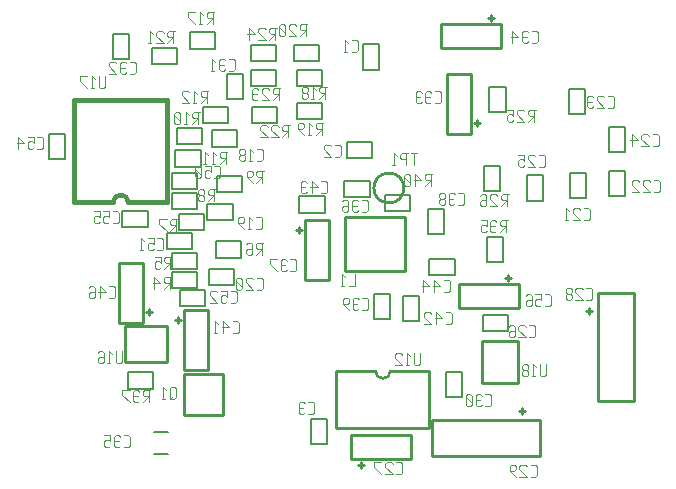
<source format=gbr>
G04 start of page 8 for group -4078 idx -4078
G04 Title: stribog.main_board.bis, bottomsilk *
G04 Creator: pcb 20070208 *
G04 CreationDate: Sun Apr  6 09:45:44 2008 UTC *
G04 For: dti *
G04 Format: Gerber/RS-274X *
G04 PCB-Dimensions: 314961 157480 *
G04 PCB-Coordinate-Origin: lower left *
%MOIN*%
%FSLAX24Y24*%
%LNBACKSILK*%
%ADD13C,0.0100*%
%ADD57C,0.0060*%
%ADD58C,0.0179*%
%ADD60C,0.0040*%
%ADD63C,0.0080*%
G54D57*X16483Y11974D02*X15643D01*
X16483Y12514D02*Y11974D01*
X15643Y12514D02*X16483D01*
X15643Y11974D02*Y12514D01*
X15616Y11265D02*X14776D01*
X15616Y11805D02*Y11265D01*
X14776Y11805D02*X15616D01*
X14776Y11265D02*Y11805D01*
X16797Y11726D02*Y11186D01*
X15957D02*X16797D01*
X15957Y11726D02*Y11186D01*
Y11726D02*X16797D01*
X14790Y13942D02*X13950D01*
X14790Y14482D02*Y13942D01*
X13950Y14482D02*X14790D01*
X13950Y13942D02*Y14482D01*
X18097Y13194D02*X17257D01*
X18097Y13734D02*Y13194D01*
X17257Y13734D02*X18097D01*
X17257Y13194D02*Y13734D01*
X15577Y10517D02*X14737D01*
X15577Y11057D02*Y10517D01*
X14737Y11057D02*X15577D01*
X14737Y10517D02*Y11057D01*
X18792Y13734D02*X19632D01*
X18792D02*Y13194D01*
X19632D01*
Y13734D02*Y13194D01*
X21529Y14593D02*Y13753D01*
X20989Y14593D02*X21529D01*
X20989D02*Y13753D01*
X21529D01*
X20446Y11333D02*X21286D01*
X20446D02*Y10793D01*
X21286D01*
Y11333D02*Y10793D01*
X25202Y13175D02*Y12335D01*
X25742D01*
Y13175D02*Y12335D01*
X25202Y13175D02*X25742D01*
X28380Y13097D02*Y12257D01*
X27840Y13097D02*X28380D01*
X27840D02*Y12257D01*
X28380D01*
G54D13*X23596Y15281D02*Y14481D01*
X25596D01*
X23596Y15281D02*X25596D01*
Y14481D01*
X25246Y15581D02*Y15381D01*
X25146Y15481D02*X25346D01*
X24573Y13607D02*X23773D01*
Y11607D01*
X24573D02*Y13607D01*
Y11607D02*X23773D01*
X24673Y11957D02*X24873D01*
X24773Y11857D02*Y12057D01*
G54D57*X29178Y11837D02*Y10997D01*
X29718D01*
Y11837D02*Y10997D01*
X29178Y11837D02*X29718D01*
X18792Y12632D02*X19632D01*
X18792D02*Y12092D01*
X19632D01*
Y12632D02*Y12092D01*
X18097Y14021D02*X17257D01*
X18097Y14561D02*Y14021D01*
X17257Y14561D02*X18097D01*
X17257Y14021D02*Y14561D01*
X18674D02*X19514D01*
X18674D02*Y14021D01*
X19514D01*
Y14561D02*Y14021D01*
X18136Y11974D02*X17296D01*
X18136Y12514D02*Y11974D01*
X17296Y12514D02*X18136D01*
X17296Y11974D02*Y12514D01*
X15459Y9100D02*X14619D01*
X15459Y9640D02*Y9100D01*
X14619Y9640D02*X15459D01*
X14619Y9100D02*Y9640D01*
X17002Y13609D02*Y12769D01*
X16462Y13609D02*X17002D01*
X16462D02*Y12769D01*
X17002D01*
X15209Y14994D02*X16049D01*
X15209D02*Y14454D01*
X16049D01*
Y14994D02*Y14454D01*
X15459Y10309D02*Y9769D01*
X14619D02*X15459D01*
X14619Y10309D02*Y9769D01*
Y10309D02*X15459D01*
X16955Y9663D02*X16115D01*
X16955Y10203D02*Y9663D01*
X16115Y10203D02*X16955D01*
X16115Y9663D02*Y10203D01*
X16916Y7485D02*X16076D01*
X16916Y8025D02*Y7485D01*
X16076Y8025D02*X16916D01*
X16076Y7485D02*Y8025D01*
X15459Y7092D02*X14619D01*
X15459Y7632D02*Y7092D01*
X14619Y7632D02*X15459D01*
X14619Y7092D02*Y7632D01*
X14894Y6411D02*Y5871D01*
Y6411D02*X15734D01*
Y5871D01*
X14894D02*X15734D01*
G54D13*X13867Y5758D02*Y5558D01*
X13767Y5658D02*X13967D01*
X12867Y5308D02*X13667D01*
Y7308D02*Y5308D01*
X12867Y7308D02*Y5308D01*
Y7308D02*X13667D01*
G54D57*X15695Y8391D02*X14855D01*
X15695Y8931D02*Y8391D01*
X14855Y8931D02*X15695D01*
X14855Y8391D02*Y8931D01*
X18871Y9521D02*X19711D01*
X18871D02*Y8981D01*
X19711D01*
Y9521D02*Y8981D01*
X16640Y9285D02*Y8745D01*
X15800D02*X16640D01*
X15800Y9285D02*Y8745D01*
Y9285D02*X16640D01*
X12965Y8509D02*X13805D01*
X12965Y9049D02*Y8509D01*
Y9049D02*X13805D01*
Y8509D01*
X22328Y6207D02*Y5367D01*
X22868D01*
Y6207D02*Y5367D01*
X22328Y6207D02*X22868D01*
X21344Y6286D02*Y5446D01*
X21884D01*
Y6286D02*Y5446D01*
X21344Y6286D02*X21884D01*
G54D13*X20377Y8852D02*X22377D01*
X20377D02*Y7052D01*
X22377D01*
Y8852D02*Y7052D01*
G54D57*X15301Y8301D02*Y7761D01*
X14461D02*X15301D01*
X14461Y8301D02*Y7761D01*
Y8301D02*X15301D01*
X13183Y14947D02*Y14107D01*
X12643Y14947D02*X13183D01*
X12643D02*Y14107D01*
X13183D01*
X11057Y11601D02*Y10761D01*
X10517D02*X11057D01*
X10517Y11601D02*Y10761D01*
Y11601D02*X11057D01*
G54D58*X14463Y12723D02*Y9323D01*
X11363Y12723D02*X14463D01*
X11363D02*Y9323D01*
X13163D02*X14463D01*
X11363D02*X12663D01*
X13163D02*G75*G03X12663Y9323I-250J0D01*G01*
G54D57*X15459Y6462D02*X14619D01*
X15459Y7002D02*Y6462D01*
X14619Y7002D02*X15459D01*
X14619Y6462D02*Y7002D01*
G54D13*X13063Y4020D02*X14453D01*
X13063Y5200D02*Y4020D01*
Y5200D02*X14453D01*
Y4020D01*
G54D57*X16679Y7120D02*Y6580D01*
X15839D02*X16679D01*
X15839Y7120D02*Y6580D01*
Y7120D02*X16679D01*
G54D63*X14015Y1673D02*X14488D01*
X14015Y925D02*X14488D01*
G54D57*X14002Y3655D02*Y3115D01*
X13162D02*X14002D01*
X13162Y3655D02*Y3115D01*
Y3655D02*X14002D01*
G54D13*X15033Y3619D02*X16313D01*
X15033D02*Y2229D01*
X16313D01*
Y3619D02*Y2229D01*
X15033Y3754D02*X15833D01*
Y5754D02*Y3754D01*
X15033Y5754D02*Y3754D01*
Y5754D02*X15833D01*
X14733Y5404D02*X14933D01*
X14833Y5504D02*Y5304D01*
X28809Y2708D02*X30009D01*
Y6308D02*Y2708D01*
X28809Y6308D02*Y2708D01*
Y6308D02*X30009D01*
X28409Y5708D02*X28609D01*
X28509Y5808D02*Y5608D01*
G54D57*X29178Y10380D02*Y9540D01*
X29718D01*
Y10380D02*Y9540D01*
X29178Y10380D02*X29718D01*
X26462Y10223D02*Y9383D01*
X27002D01*
Y10223D02*Y9383D01*
X26462Y10223D02*X27002D01*
X27879Y10301D02*Y9461D01*
X28419D01*
Y10301D02*Y9461D01*
X27879Y10301D02*X28419D01*
X25005Y10538D02*Y9698D01*
X25545D01*
Y10538D02*Y9698D01*
X25005Y10538D02*X25545D01*
X25123Y7335D02*X25663D01*
X25123D02*Y8175D01*
X25663D01*
Y7335D02*Y8175D01*
G54D13*X24964Y3302D02*Y4692D01*
X26144D01*
Y3302D01*
X24964D01*
X20103Y3705D02*X21403D01*
X21903D02*X23203D01*
X20103D02*Y1805D01*
X23203D01*
Y3705D02*Y1805D01*
X21403Y3705D02*G75*G03X21903Y3705I250J0D01*G01*
X22584Y1581D02*Y781D01*
X20584Y1581D02*X22584D01*
X20584Y781D02*X22584D01*
X20584Y1581D02*Y781D01*
X20934Y681D02*Y481D01*
X20834Y581D02*X21034D01*
G54D57*X19797Y1273D02*Y2113D01*
X19257D02*X19797D01*
X19257Y1273D02*Y2113D01*
Y1273D02*X19797D01*
X20367Y10033D02*X21207D01*
X20367D02*Y9493D01*
X21207D01*
Y10033D02*Y9493D01*
G54D13*X19048Y6746D02*X19848D01*
Y8746D02*Y6746D01*
X19048Y8746D02*Y6746D01*
Y8746D02*X19848D01*
X18748Y8396D02*X18948D01*
X18848Y8496D02*Y8296D01*
X21850Y9303D02*G75*G03X21850Y9303I0J500D01*G01*
G54D57*X21706Y9021D02*Y9561D01*
X22546D01*
Y9021D01*
X21706D01*
X23155Y9120D02*Y8280D01*
X23695D01*
Y9120D02*Y8280D01*
X23155Y9120D02*X23695D01*
X24973Y5584D02*X25813D01*
X24973D02*Y5044D01*
X25813D01*
Y5584D02*Y5044D01*
X24042Y6895D02*X23202D01*
X24042Y7435D02*Y6895D01*
X23202Y7435D02*X24042D01*
X23202Y6895D02*Y7435D01*
G54D13*X25737Y6820D02*X25937D01*
X25837Y6920D02*Y6720D01*
X26187Y6620D02*Y5820D01*
X24187Y6620D02*X26187D01*
X24187Y5820D02*X26187D01*
X24187Y6620D02*Y5820D01*
X23299Y2056D02*Y856D01*
X26899D01*
X23299Y2056D02*X26899D01*
Y856D01*
X26299Y2456D02*Y2256D01*
X26199Y2356D02*X26399D01*
G54D57*X24285Y3687D02*Y2847D01*
X23745Y3687D02*X24285D01*
X23745D02*Y2847D01*
X24285D01*
G54D60*X15631Y13043D02*X15831D01*
X15631D02*X15581Y12993D01*
Y12893D02*Y12993D01*
X15631Y12843D02*X15581Y12893D01*
X15631Y12843D02*X15781D01*
Y12643D02*Y13043D01*
Y12843D02*X15581Y12643D01*
X15311D02*X15411D01*
X15361D02*Y13043D01*
X15461Y12943D02*X15361Y13043D01*
X15191Y12993D02*X15141Y13043D01*
X14991D02*X15141D01*
X14991D02*X14941Y12993D01*
Y12893D02*Y12993D01*
X15191Y12643D02*X14941Y12893D01*
Y12643D02*X15191D01*
X15344Y12332D02*X15544D01*
X15344D02*X15294Y12282D01*
Y12182D02*Y12282D01*
X15344Y12132D02*X15294Y12182D01*
X15344Y12132D02*X15494D01*
Y11932D02*Y12332D01*
Y12132D02*X15294Y11932D01*
X15024D02*X15124D01*
X15074D02*Y12332D01*
X15174Y12232D02*X15074Y12332D01*
X14904Y11982D02*X14854Y11932D01*
X14904Y11982D02*Y12282D01*
X14854Y12332D01*
X14754D02*X14854D01*
X14754D02*X14704Y12282D01*
Y11982D02*Y12282D01*
X14754Y11932D02*X14704Y11982D01*
X14754Y11932D02*X14854D01*
X14904Y12032D02*X14704Y12232D01*
X14515Y15022D02*X14715D01*
X14515D02*X14465Y14972D01*
Y14872D02*Y14972D01*
X14515Y14822D02*X14465Y14872D01*
X14515Y14822D02*X14665D01*
Y14622D02*Y15022D01*
Y14822D02*X14465Y14622D01*
X14345Y14972D02*X14295Y15022D01*
X14145D02*X14295D01*
X14145D02*X14095Y14972D01*
Y14872D02*Y14972D01*
X14345Y14622D02*X14095Y14872D01*
Y14622D02*X14345D01*
X13825D02*X13925D01*
X13875D02*Y15022D01*
X13975Y14922D02*X13875Y15022D01*
X17917Y15139D02*X18117D01*
X17917D02*X17867Y15089D01*
Y14989D02*Y15089D01*
X17917Y14939D02*X17867Y14989D01*
X17917Y14939D02*X18067D01*
Y14739D02*Y15139D01*
Y14939D02*X17867Y14739D01*
X17747Y15089D02*X17697Y15139D01*
X17547D02*X17697D01*
X17547D02*X17497Y15089D01*
Y14989D02*Y15089D01*
X17747Y14739D02*X17497Y14989D01*
Y14739D02*X17747D01*
X17377Y14939D02*X17177Y15139D01*
X17127Y14939D02*X17377D01*
X17177Y14739D02*Y15139D01*
X18931Y15269D02*X19131D01*
X18931D02*X18881Y15219D01*
Y15119D02*Y15219D01*
X18931Y15069D02*X18881Y15119D01*
X18931Y15069D02*X19081D01*
Y14869D02*Y15269D01*
Y15069D02*X18881Y14869D01*
X18761Y15219D02*X18711Y15269D01*
X18561D02*X18711D01*
X18561D02*X18511Y15219D01*
Y15119D02*Y15219D01*
X18761Y14869D02*X18511Y15119D01*
Y14869D02*X18761D01*
X18391Y14919D02*X18341Y14869D01*
X18391Y14919D02*Y15219D01*
X18341Y15269D01*
X18241D02*X18341D01*
X18241D02*X18191Y15219D01*
Y14919D02*Y15219D01*
X18241Y14869D02*X18191Y14919D01*
X18241Y14869D02*X18341D01*
X18391Y14969D02*X18191Y15169D01*
X15834Y15659D02*X16034D01*
X15834D02*X15784Y15609D01*
Y15509D02*Y15609D01*
X15834Y15459D02*X15784Y15509D01*
X15834Y15459D02*X15984D01*
Y15259D02*Y15659D01*
Y15459D02*X15784Y15259D01*
X15514D02*X15614D01*
X15564D02*Y15659D01*
X15664Y15559D02*X15564Y15659D01*
X15394Y15259D02*X15144Y15509D01*
Y15659D01*
X15394D01*
X16511Y13719D02*X16661D01*
X16711Y13769D02*X16661Y13719D01*
X16711Y13769D02*Y14069D01*
X16661Y14119D01*
X16511D02*X16661D01*
X16391Y14069D02*X16341Y14119D01*
X16241D02*X16341D01*
X16241D02*X16191Y14069D01*
Y13769D02*Y14069D01*
X16241Y13719D02*X16191Y13769D01*
X16241Y13719D02*X16341D01*
X16391Y13769D02*X16341Y13719D01*
X16191Y13919D02*X16341D01*
X15921Y13719D02*X16021D01*
X15971D02*Y14119D01*
X16071Y14019D02*X15971Y14119D01*
X18034Y13122D02*X18234D01*
X18034D02*X17984Y13072D01*
Y12972D02*Y13072D01*
X18034Y12922D02*X17984Y12972D01*
X18034Y12922D02*X18184D01*
Y12722D02*Y13122D01*
Y12922D02*X17984Y12722D01*
X17864Y13072D02*X17814Y13122D01*
X17664D02*X17814D01*
X17664D02*X17614Y13072D01*
Y12972D02*Y13072D01*
X17864Y12722D02*X17614Y12972D01*
Y12722D02*X17864D01*
X17494Y13072D02*X17444Y13122D01*
X17344D02*X17444D01*
X17344D02*X17294Y13072D01*
Y12772D02*Y13072D01*
X17344Y12722D02*X17294Y12772D01*
X17344Y12722D02*X17444D01*
X17494Y12772D02*X17444Y12722D01*
X17294Y12922D02*X17444D01*
X20612Y14344D02*X20762D01*
X20812Y14394D02*X20762Y14344D01*
X20812Y14394D02*Y14694D01*
X20762Y14744D01*
X20612D02*X20762D01*
X20342Y14344D02*X20442D01*
X20392D02*Y14744D01*
X20492Y14644D02*X20392Y14744D01*
X26608Y14651D02*X26758D01*
X26808Y14701D02*X26758Y14651D01*
X26808Y14701D02*Y15001D01*
X26758Y15051D01*
X26608D02*X26758D01*
X26488Y15001D02*X26438Y15051D01*
X26338D02*X26438D01*
X26338D02*X26288Y15001D01*
Y14701D02*Y15001D01*
X26338Y14651D02*X26288Y14701D01*
X26338Y14651D02*X26438D01*
X26488Y14701D02*X26438Y14651D01*
X26288Y14851D02*X26438D01*
X26168D02*X25968Y15051D01*
X25918Y14851D02*X26168D01*
X25968Y14651D02*Y15051D01*
X23390Y12631D02*X23540D01*
X23590Y12681D02*X23540Y12631D01*
X23590Y12681D02*Y12981D01*
X23540Y13031D01*
X23390D02*X23540D01*
X23269Y12981D02*X23219Y13031D01*
X23119D02*X23219D01*
X23119D02*X23069Y12981D01*
Y12681D02*Y12981D01*
X23119Y12631D02*X23069Y12681D01*
X23119Y12631D02*X23219D01*
X23269Y12681D02*X23219Y12631D01*
X23069Y12831D02*X23219D01*
X22949Y12981D02*X22899Y13031D01*
X22799D02*X22899D01*
X22799D02*X22749Y12981D01*
Y12681D02*Y12981D01*
X22799Y12631D02*X22749Y12681D01*
X22799Y12631D02*X22899D01*
X22949Y12681D02*X22899Y12631D01*
X22749Y12831D02*X22899D01*
X30683Y9670D02*X30833D01*
X30883Y9720D02*X30833Y9670D01*
X30883Y9720D02*Y10020D01*
X30833Y10070D01*
X30683D02*X30833D01*
X30563Y10020D02*X30513Y10070D01*
X30363D02*X30513D01*
X30363D02*X30313Y10020D01*
Y9920D02*Y10020D01*
X30563Y9670D02*X30313Y9920D01*
Y9670D02*X30563D01*
X30193Y10020D02*X30143Y10070D01*
X29993D02*X30143D01*
X29993D02*X29943Y10020D01*
Y9920D02*Y10020D01*
X30193Y9670D02*X29943Y9920D01*
Y9670D02*X30193D01*
X26540Y12412D02*X26740D01*
X26540D02*X26490Y12362D01*
Y12262D02*Y12362D01*
X26540Y12212D02*X26490Y12262D01*
X26540Y12212D02*X26690D01*
Y12012D02*Y12412D01*
Y12212D02*X26490Y12012D01*
X26370Y12362D02*X26320Y12412D01*
X26170D02*X26320D01*
X26170D02*X26120Y12362D01*
Y12262D02*Y12362D01*
X26370Y12012D02*X26120Y12262D01*
Y12012D02*X26370D01*
X25800Y12412D02*X26000D01*
Y12212D02*Y12412D01*
Y12212D02*X25950Y12262D01*
X25850D02*X25950D01*
X25850D02*X25800Y12212D01*
Y12062D02*Y12212D01*
X25850Y12012D02*X25800Y12062D01*
X25850Y12012D02*X25950D01*
X26000Y12062D02*X25950Y12012D01*
X29156Y12487D02*X29306D01*
X29356Y12537D02*X29306Y12487D01*
X29356Y12537D02*Y12837D01*
X29306Y12887D01*
X29156D02*X29306D01*
X29036Y12837D02*X28986Y12887D01*
X28836D02*X28986D01*
X28836D02*X28786Y12837D01*
Y12737D02*Y12837D01*
X29036Y12487D02*X28786Y12737D01*
Y12487D02*X29036D01*
X28666Y12837D02*X28616Y12887D01*
X28516D02*X28616D01*
X28516D02*X28466Y12837D01*
Y12537D02*Y12837D01*
X28516Y12487D02*X28466Y12537D01*
X28516Y12487D02*X28616D01*
X28666Y12537D02*X28616Y12487D01*
X28466Y12687D02*X28616D01*
X30642Y11202D02*X30792D01*
X30842Y11252D02*X30792Y11202D01*
X30842Y11252D02*Y11552D01*
X30792Y11602D01*
X30642D02*X30792D01*
X30521Y11552D02*X30471Y11602D01*
X30321D02*X30471D01*
X30321D02*X30271Y11552D01*
Y11452D02*Y11552D01*
X30521Y11202D02*X30271Y11452D01*
Y11202D02*X30521D01*
X30151Y11402D02*X29951Y11602D01*
X29901Y11402D02*X30151D01*
X29951Y11202D02*Y11602D01*
X26855Y10507D02*X27005D01*
X27055Y10557D02*X27005Y10507D01*
X27055Y10557D02*Y10857D01*
X27005Y10907D01*
X26855D02*X27005D01*
X26735Y10857D02*X26685Y10907D01*
X26535D02*X26685D01*
X26535D02*X26485Y10857D01*
Y10757D02*Y10857D01*
X26735Y10507D02*X26485Y10757D01*
Y10507D02*X26735D01*
X26165Y10907D02*X26365D01*
Y10707D02*Y10907D01*
Y10707D02*X26315Y10757D01*
X26215D02*X26315D01*
X26215D02*X26165Y10707D01*
Y10557D02*Y10707D01*
X26215Y10507D02*X26165Y10557D01*
X26215Y10507D02*X26315D01*
X26365Y10557D02*X26315Y10507D01*
X25640Y9590D02*X25840D01*
X25640D02*X25590Y9540D01*
Y9440D02*Y9540D01*
X25640Y9390D02*X25590Y9440D01*
X25640Y9390D02*X25790D01*
Y9190D02*Y9590D01*
Y9390D02*X25590Y9190D01*
X25470Y9540D02*X25420Y9590D01*
X25270D02*X25420D01*
X25270D02*X25220Y9540D01*
Y9440D02*Y9540D01*
X25470Y9190D02*X25220Y9440D01*
Y9190D02*X25470D01*
X24950Y9590D02*X24900Y9540D01*
X24950Y9590D02*X25050D01*
X25100Y9540D02*X25050Y9590D01*
X25100Y9240D02*Y9540D01*
Y9240D02*X25050Y9190D01*
X24950Y9390D02*X24900Y9340D01*
X24950Y9390D02*X25100D01*
X24950Y9190D02*X25050D01*
X24950D02*X24900Y9240D01*
Y9340D01*
X14403Y6841D02*X14603D01*
X14403D02*X14353Y6791D01*
Y6691D02*Y6791D01*
X14403Y6641D02*X14353Y6691D01*
X14403Y6641D02*X14553D01*
Y6441D02*Y6841D01*
Y6641D02*X14353Y6441D01*
X14233Y6641D02*X14033Y6841D01*
X13983Y6641D02*X14233D01*
X14033Y6441D02*Y6841D01*
X14616Y8767D02*X14816D01*
X14616D02*X14566Y8717D01*
Y8617D02*Y8717D01*
X14616Y8567D02*X14566Y8617D01*
X14616Y8567D02*X14766D01*
Y8367D02*Y8767D01*
Y8567D02*X14566Y8367D01*
X14446D02*X14196Y8617D01*
Y8767D01*
X14446D01*
X14409Y7505D02*X14609D01*
X14409D02*X14359Y7455D01*
Y7355D02*Y7455D01*
X14409Y7305D02*X14359Y7355D01*
X14409Y7305D02*X14559D01*
Y7105D02*Y7505D01*
Y7305D02*X14359Y7105D01*
X14039Y7505D02*X14239D01*
Y7305D02*Y7505D01*
Y7305D02*X14189Y7355D01*
X14089D02*X14189D01*
X14089D02*X14039Y7305D01*
Y7155D02*Y7305D01*
X14089Y7105D02*X14039Y7155D01*
X14089Y7105D02*X14189D01*
X14239Y7155D02*X14189Y7105D01*
X17459Y7973D02*X17659D01*
X17459D02*X17409Y7923D01*
Y7823D02*Y7923D01*
X17459Y7773D02*X17409Y7823D01*
X17459Y7773D02*X17609D01*
Y7573D02*Y7973D01*
Y7773D02*X17409Y7573D01*
X17139Y7973D02*X17089Y7923D01*
X17139Y7973D02*X17239D01*
X17289Y7923D02*X17239Y7973D01*
X17289Y7623D02*Y7923D01*
Y7623D02*X17239Y7573D01*
X17139Y7773D02*X17089Y7723D01*
X17139Y7773D02*X17289D01*
X17139Y7573D02*X17239D01*
X17139D02*X17089Y7623D01*
Y7723D01*
X17422Y8445D02*X17572D01*
X17622Y8495D02*X17572Y8445D01*
X17622Y8495D02*Y8795D01*
X17572Y8845D01*
X17422D02*X17572D01*
X17152Y8445D02*X17252D01*
X17202D02*Y8845D01*
X17302Y8745D02*X17202Y8845D01*
X17032Y8445D02*X16832Y8645D01*
Y8795D01*
X16882Y8845D02*X16832Y8795D01*
X16882Y8845D02*X16982D01*
X17032Y8795D02*X16982Y8845D01*
X17032Y8695D02*Y8795D01*
Y8695D02*X16982Y8645D01*
X16832D02*X16982D01*
X15874Y9766D02*X16074D01*
X15874D02*X15824Y9716D01*
Y9616D02*Y9716D01*
X15874Y9566D02*X15824Y9616D01*
X15874Y9566D02*X16024D01*
Y9366D02*Y9766D01*
Y9566D02*X15824Y9366D01*
X15704Y9416D02*X15654Y9366D01*
X15704Y9416D02*Y9516D01*
X15654Y9566D01*
X15554D02*X15654D01*
X15554D02*X15504Y9516D01*
Y9416D02*Y9516D01*
X15554Y9366D02*X15504Y9416D01*
X15554Y9366D02*X15654D01*
X15704Y9616D02*X15654Y9566D01*
X15704Y9616D02*Y9716D01*
X15654Y9766D01*
X15554D02*X15654D01*
X15554D02*X15504Y9716D01*
Y9616D02*Y9716D01*
X15554Y9566D02*X15504Y9616D01*
X16037Y10140D02*X16187D01*
X16237Y10190D02*X16187Y10140D01*
X16237Y10190D02*Y10490D01*
X16187Y10540D01*
X16037D02*X16187D01*
X15717D02*X15917D01*
Y10340D02*Y10540D01*
Y10340D02*X15867Y10390D01*
X15767D02*X15867D01*
X15767D02*X15717Y10340D01*
Y10190D02*Y10340D01*
X15767Y10140D02*X15717Y10190D01*
X15767Y10140D02*X15867D01*
X15917Y10190D02*X15867Y10140D01*
X15597Y10190D02*X15547Y10140D01*
X15597Y10190D02*Y10490D01*
X15547Y10540D01*
X15447D02*X15547D01*
X15447D02*X15397Y10490D01*
Y10190D02*Y10490D01*
X15447Y10140D02*X15397Y10190D01*
X15447Y10140D02*X15547D01*
X15597Y10240D02*X15397Y10440D01*
X16654Y4962D02*X16804D01*
X16854Y5012D02*X16804Y4962D01*
X16854Y5012D02*Y5312D01*
X16804Y5362D01*
X16654D02*X16804D01*
X16534Y5162D02*X16334Y5362D01*
X16284Y5162D02*X16534D01*
X16334Y4962D02*Y5362D01*
X16014Y4962D02*X16114D01*
X16064D02*Y5362D01*
X16164Y5262D02*X16064Y5362D01*
X16261Y11010D02*X16461D01*
X16261D02*X16211Y10960D01*
Y10860D02*Y10960D01*
X16261Y10810D02*X16211Y10860D01*
X16261Y10810D02*X16411D01*
Y10610D02*Y11010D01*
Y10810D02*X16211Y10610D01*
X15941D02*X16041D01*
X15991D02*Y11010D01*
X16091Y10910D02*X15991Y11010D01*
X15671Y10610D02*X15771D01*
X15721D02*Y11010D01*
X15821Y10910D02*X15721Y11010D01*
X17451Y10710D02*X17601D01*
X17651Y10760D02*X17601Y10710D01*
X17651Y10760D02*Y11060D01*
X17601Y11110D01*
X17451D02*X17601D01*
X17181Y10710D02*X17281D01*
X17231D02*Y11110D01*
X17331Y11010D02*X17231Y11110D01*
X17061Y10760D02*X17011Y10710D01*
X17061Y10760D02*Y10860D01*
X17011Y10910D01*
X16911D02*X17011D01*
X16911D02*X16861Y10860D01*
Y10760D02*Y10860D01*
X16911Y10710D02*X16861Y10760D01*
X16911Y10710D02*X17011D01*
X17061Y10960D02*X17011Y10910D01*
X17061Y10960D02*Y11060D01*
X17011Y11110D01*
X16911D02*X17011D01*
X16911D02*X16861Y11060D01*
Y10960D02*Y11060D01*
X16911Y10910D02*X16861Y10960D01*
X17487Y10380D02*X17687D01*
X17487D02*X17437Y10330D01*
Y10230D02*Y10330D01*
X17487Y10180D02*X17437Y10230D01*
X17487Y10180D02*X17637D01*
Y9980D02*Y10380D01*
Y10180D02*X17437Y9980D01*
X17317D02*X17117Y10180D01*
Y10330D01*
X17167Y10380D02*X17117Y10330D01*
X17167Y10380D02*X17267D01*
X17317Y10330D02*X17267Y10380D01*
X17317Y10230D02*Y10330D01*
Y10230D02*X17267Y10180D01*
X17117D02*X17267D01*
X16574Y5984D02*X16724D01*
X16774Y6034D02*X16724Y5984D01*
X16774Y6034D02*Y6334D01*
X16724Y6384D01*
X16574D02*X16724D01*
X16254D02*X16454D01*
Y6184D02*Y6384D01*
Y6184D02*X16404Y6234D01*
X16304D02*X16404D01*
X16304D02*X16254Y6184D01*
Y6034D02*Y6184D01*
X16304Y5984D02*X16254Y6034D01*
X16304Y5984D02*X16404D01*
X16454Y6034D02*X16404Y5984D01*
X16133Y6334D02*X16083Y6384D01*
X15933D02*X16083D01*
X15933D02*X15883Y6334D01*
Y6234D02*Y6334D01*
X16133Y5984D02*X15883Y6234D01*
Y5984D02*X16133D01*
X18566Y7032D02*X18716D01*
X18766Y7082D02*X18716Y7032D01*
X18766Y7082D02*Y7382D01*
X18716Y7432D01*
X18566D02*X18716D01*
X18446Y7382D02*X18396Y7432D01*
X18296D02*X18396D01*
X18296D02*X18246Y7382D01*
Y7082D02*Y7382D01*
X18296Y7032D02*X18246Y7082D01*
X18296Y7032D02*X18396D01*
X18446Y7082D02*X18396Y7032D01*
X18246Y7232D02*X18396D01*
X18126Y7032D02*X17876Y7282D01*
Y7432D01*
X18126D01*
X17444Y6413D02*X17594D01*
X17644Y6463D02*X17594Y6413D01*
X17644Y6463D02*Y6763D01*
X17594Y6813D01*
X17444D02*X17594D01*
X17324Y6763D02*X17274Y6813D01*
X17124D02*X17274D01*
X17124D02*X17074Y6763D01*
Y6663D02*Y6763D01*
X17324Y6413D02*X17074Y6663D01*
Y6413D02*X17324D01*
X16954Y6463D02*X16904Y6413D01*
X16954Y6463D02*Y6763D01*
X16904Y6813D01*
X16804D02*X16904D01*
X16804D02*X16754Y6763D01*
Y6463D02*Y6763D01*
X16804Y6413D02*X16754Y6463D01*
X16804Y6413D02*X16904D01*
X16954Y6513D02*X16754Y6713D01*
X22878Y3954D02*Y4304D01*
Y3954D02*X22828Y3904D01*
X22728D02*X22828D01*
X22728D02*X22678Y3954D01*
Y4304D01*
X22408Y3904D02*X22508D01*
X22458D02*Y4304D01*
X22558Y4204D02*X22458Y4304D01*
X22288Y4254D02*X22238Y4304D01*
X22088D02*X22238D01*
X22088D02*X22038Y4254D01*
Y4154D02*Y4254D01*
X22288Y3904D02*X22038Y4154D01*
Y3904D02*X22288D01*
X26537Y4833D02*X26687D01*
X26737Y4883D02*X26687Y4833D01*
X26737Y4883D02*Y5183D01*
X26687Y5233D01*
X26537D02*X26687D01*
X26417Y5183D02*X26367Y5233D01*
X26217D02*X26367D01*
X26217D02*X26167Y5183D01*
Y5083D02*Y5183D01*
X26417Y4833D02*X26167Y5083D01*
Y4833D02*X26417D01*
X25897Y5233D02*X25847Y5183D01*
X25897Y5233D02*X25997D01*
X26047Y5183D02*X25997Y5233D01*
X26047Y4883D02*Y5183D01*
Y4883D02*X25997Y4833D01*
X25897Y5033D02*X25847Y4983D01*
X25897Y5033D02*X26047D01*
X25897Y4833D02*X25997D01*
X25897D02*X25847Y4883D01*
Y4983D01*
X23754Y5268D02*X23904D01*
X23954Y5318D02*X23904Y5268D01*
X23954Y5318D02*Y5618D01*
X23904Y5668D01*
X23754D02*X23904D01*
X23634Y5468D02*X23434Y5668D01*
X23384Y5468D02*X23634D01*
X23434Y5268D02*Y5668D01*
X23264Y5618D02*X23214Y5668D01*
X23064D02*X23214D01*
X23064D02*X23014Y5618D01*
Y5518D02*Y5618D01*
X23264Y5268D02*X23014Y5518D01*
Y5268D02*X23264D01*
X20968Y5740D02*X21118D01*
X21168Y5790D02*X21118Y5740D01*
X21168Y5790D02*Y6090D01*
X21118Y6140D01*
X20968D02*X21118D01*
X20848Y6090D02*X20798Y6140D01*
X20698D02*X20798D01*
X20698D02*X20648Y6090D01*
Y5790D02*Y6090D01*
X20698Y5740D02*X20648Y5790D01*
X20698Y5740D02*X20798D01*
X20848Y5790D02*X20798Y5740D01*
X20648Y5940D02*X20798D01*
X20528Y5740D02*X20328Y5940D01*
Y6090D01*
X20378Y6140D02*X20328Y6090D01*
X20378Y6140D02*X20478D01*
X20528Y6090D02*X20478Y6140D01*
X20528Y5990D02*Y6090D01*
Y5990D02*X20478Y5940D01*
X20328D02*X20478D01*
X26572Y179D02*X26722D01*
X26772Y229D02*X26722Y179D01*
X26772Y229D02*Y529D01*
X26722Y579D01*
X26572D02*X26722D01*
X26452Y529D02*X26402Y579D01*
X26252D02*X26402D01*
X26252D02*X26202Y529D01*
Y429D02*Y529D01*
X26452Y179D02*X26202Y429D01*
Y179D02*X26452D01*
X26082D02*X25882Y379D01*
Y529D01*
X25932Y579D02*X25882Y529D01*
X25932Y579D02*X26032D01*
X26082Y529D02*X26032Y579D01*
X26082Y429D02*Y529D01*
Y429D02*X26032Y379D01*
X25882D02*X26032D01*
X25058Y2530D02*X25208D01*
X25258Y2580D02*X25208Y2530D01*
X25258Y2580D02*Y2880D01*
X25208Y2930D01*
X25058D02*X25208D01*
X24938Y2880D02*X24888Y2930D01*
X24788D02*X24888D01*
X24788D02*X24738Y2880D01*
Y2580D02*Y2880D01*
X24788Y2530D02*X24738Y2580D01*
X24788Y2530D02*X24888D01*
X24938Y2580D02*X24888Y2530D01*
X24738Y2730D02*X24888D01*
X24618Y2580D02*X24568Y2530D01*
X24618Y2580D02*Y2880D01*
X24568Y2930D01*
X24468D02*X24568D01*
X24468D02*X24418Y2880D01*
Y2580D02*Y2880D01*
X24468Y2530D02*X24418Y2580D01*
X24468Y2530D02*X24568D01*
X24618Y2630D02*X24418Y2830D01*
X27083Y3586D02*Y3936D01*
Y3586D02*X27033Y3536D01*
X26933D02*X27033D01*
X26933D02*X26883Y3586D01*
Y3936D01*
X26613Y3536D02*X26713D01*
X26663D02*Y3936D01*
X26763Y3836D02*X26663Y3936D01*
X26493Y3586D02*X26443Y3536D01*
X26493Y3586D02*Y3686D01*
X26443Y3736D01*
X26343D02*X26443D01*
X26343D02*X26293Y3686D01*
Y3586D02*Y3686D01*
X26343Y3536D02*X26293Y3586D01*
X26343Y3536D02*X26443D01*
X26493Y3786D02*X26443Y3736D01*
X26493Y3786D02*Y3886D01*
X26443Y3936D01*
X26343D02*X26443D01*
X26343D02*X26293Y3886D01*
Y3786D02*Y3886D01*
X26343Y3736D02*X26293Y3786D01*
X22092Y262D02*X22242D01*
X22292Y312D02*X22242Y262D01*
X22292Y312D02*Y612D01*
X22242Y662D01*
X22092D02*X22242D01*
X21972Y612D02*X21922Y662D01*
X21772D02*X21922D01*
X21772D02*X21722Y612D01*
Y512D02*Y612D01*
X21972Y262D02*X21722Y512D01*
Y262D02*X21972D01*
X21601D02*X21351Y512D01*
Y662D01*
X21601D01*
X19171Y2287D02*X19321D01*
X19371Y2337D02*X19321Y2287D01*
X19371Y2337D02*Y2637D01*
X19321Y2687D01*
X19171D02*X19321D01*
X19051Y2637D02*X19001Y2687D01*
X18901D02*X19001D01*
X18901D02*X18851Y2637D01*
Y2337D02*Y2637D01*
X18901Y2287D02*X18851Y2337D01*
X18901Y2287D02*X19001D01*
X19051Y2337D02*X19001Y2287D01*
X18851Y2487D02*X19001D01*
X19595Y9625D02*X19745D01*
X19795Y9675D02*X19745Y9625D01*
X19795Y9675D02*Y9975D01*
X19745Y10025D01*
X19595D02*X19745D01*
X19475Y9825D02*X19275Y10025D01*
X19225Y9825D02*X19475D01*
X19275Y9625D02*Y10025D01*
X19105Y9975D02*X19055Y10025D01*
X18955D02*X19055D01*
X18955D02*X18905Y9975D01*
Y9675D02*Y9975D01*
X18955Y9625D02*X18905Y9675D01*
X18955Y9625D02*X19055D01*
X19105Y9675D02*X19055Y9625D01*
X18905Y9825D02*X19055D01*
X20942Y9009D02*X21092D01*
X21142Y9059D02*X21092Y9009D01*
X21142Y9059D02*Y9359D01*
X21092Y9409D01*
X20942D02*X21092D01*
X20822Y9359D02*X20772Y9409D01*
X20672D02*X20772D01*
X20672D02*X20622Y9359D01*
Y9059D02*Y9359D01*
X20672Y9009D02*X20622Y9059D01*
X20672Y9009D02*X20772D01*
X20822Y9059D02*X20772Y9009D01*
X20622Y9209D02*X20772D01*
X20352Y9409D02*X20302Y9359D01*
X20352Y9409D02*X20452D01*
X20502Y9359D02*X20452Y9409D01*
X20502Y9059D02*Y9359D01*
Y9059D02*X20452Y9009D01*
X20352Y9209D02*X20302Y9159D01*
X20352Y9209D02*X20502D01*
X20352Y9009D02*X20452D01*
X20352D02*X20302Y9059D01*
Y9159D01*
X22599Y10969D02*X22799D01*
X22699Y10569D02*Y10969D01*
X22429Y10569D02*Y10969D01*
X22279D02*X22479D01*
X22279D02*X22229Y10919D01*
Y10819D02*Y10919D01*
X22279Y10769D02*X22229Y10819D01*
X22279Y10769D02*X22429D01*
X21959Y10569D02*X22059D01*
X22009D02*Y10969D01*
X22109Y10869D02*X22009Y10969D01*
X23097Y10266D02*X23297D01*
X23097D02*X23047Y10216D01*
Y10116D02*Y10216D01*
X23097Y10066D02*X23047Y10116D01*
X23097Y10066D02*X23247D01*
Y9866D02*Y10266D01*
Y10066D02*X23047Y9866D01*
X22926Y10066D02*X22726Y10266D01*
X22676Y10066D02*X22926D01*
X22726Y9866D02*Y10266D01*
X22556Y9916D02*X22506Y9866D01*
X22556Y9916D02*Y10216D01*
X22506Y10266D01*
X22406D02*X22506D01*
X22406D02*X22356Y10216D01*
Y9916D02*Y10216D01*
X22406Y9866D02*X22356Y9916D01*
X22406Y9866D02*X22506D01*
X22556Y9966D02*X22356Y10166D01*
X19584Y13183D02*X19784D01*
X19584D02*X19534Y13133D01*
Y13033D02*Y13133D01*
X19584Y12983D02*X19534Y13033D01*
X19584Y12983D02*X19734D01*
Y12783D02*Y13183D01*
Y12983D02*X19534Y12783D01*
X19264D02*X19364D01*
X19314D02*Y13183D01*
X19414Y13083D02*X19314Y13183D01*
X19144Y12833D02*X19094Y12783D01*
X19144Y12833D02*Y12933D01*
X19094Y12983D01*
X18994D02*X19094D01*
X18994D02*X18944Y12933D01*
Y12833D02*Y12933D01*
X18994Y12783D02*X18944Y12833D01*
X18994Y12783D02*X19094D01*
X19144Y13033D02*X19094Y12983D01*
X19144Y13033D02*Y13133D01*
X19094Y13183D01*
X18994D02*X19094D01*
X18994D02*X18944Y13133D01*
Y13033D02*Y13133D01*
X18994Y12983D02*X18944Y13033D01*
X19459Y11971D02*X19659D01*
X19459D02*X19409Y11921D01*
Y11821D02*Y11921D01*
X19459Y11771D02*X19409Y11821D01*
X19459Y11771D02*X19609D01*
Y11571D02*Y11971D01*
Y11771D02*X19409Y11571D01*
X19139D02*X19239D01*
X19189D02*Y11971D01*
X19289Y11871D02*X19189Y11971D01*
X19019Y11571D02*X18819Y11771D01*
Y11921D01*
X18869Y11971D02*X18819Y11921D01*
X18869Y11971D02*X18969D01*
X19019Y11921D02*X18969Y11971D01*
X19019Y11821D02*Y11921D01*
Y11821D02*X18969Y11771D01*
X18819D02*X18969D01*
X18350Y11893D02*X18550D01*
X18350D02*X18300Y11843D01*
Y11743D02*Y11843D01*
X18350Y11693D02*X18300Y11743D01*
X18350Y11693D02*X18500D01*
Y11493D02*Y11893D01*
Y11693D02*X18300Y11493D01*
X18179Y11843D02*X18129Y11893D01*
X17979D02*X18129D01*
X17979D02*X17929Y11843D01*
Y11743D02*Y11843D01*
X18179Y11493D02*X17929Y11743D01*
Y11493D02*X18179D01*
X17809Y11843D02*X17759Y11893D01*
X17609D02*X17759D01*
X17609D02*X17559Y11843D01*
Y11743D02*Y11843D01*
X17809Y11493D02*X17559Y11743D01*
Y11493D02*X17809D01*
X23688Y6339D02*X23838D01*
X23888Y6389D02*X23838Y6339D01*
X23888Y6389D02*Y6689D01*
X23838Y6739D01*
X23688D02*X23838D01*
X23568Y6539D02*X23368Y6739D01*
X23318Y6539D02*X23568D01*
X23368Y6339D02*Y6739D01*
X23198Y6539D02*X22998Y6739D01*
X22948Y6539D02*X23198D01*
X22998Y6339D02*Y6739D01*
X20724Y6530D02*Y6930D01*
X20524Y6530D02*X20724D01*
X20254D02*X20354D01*
X20304D02*Y6930D01*
X20404Y6830D02*X20304Y6930D01*
X24163Y9250D02*X24313D01*
X24363Y9300D02*X24313Y9250D01*
X24363Y9300D02*Y9600D01*
X24313Y9650D01*
X24163D02*X24313D01*
X24043Y9600D02*X23993Y9650D01*
X23893D02*X23993D01*
X23893D02*X23843Y9600D01*
Y9300D02*Y9600D01*
X23893Y9250D02*X23843Y9300D01*
X23893Y9250D02*X23993D01*
X24043Y9300D02*X23993Y9250D01*
X23843Y9450D02*X23993D01*
X23723Y9300D02*X23673Y9250D01*
X23723Y9300D02*Y9400D01*
X23673Y9450D01*
X23573D02*X23673D01*
X23573D02*X23523Y9400D01*
Y9300D02*Y9400D01*
X23573Y9250D02*X23523Y9300D01*
X23573Y9250D02*X23673D01*
X23723Y9500D02*X23673Y9450D01*
X23723Y9500D02*Y9600D01*
X23673Y9650D01*
X23573D02*X23673D01*
X23573D02*X23523Y9600D01*
Y9500D02*Y9600D01*
X23573Y9450D02*X23523Y9500D01*
X20042Y10842D02*X20192D01*
X20242Y10892D02*X20192Y10842D01*
X20242Y10892D02*Y11192D01*
X20192Y11242D01*
X20042D02*X20192D01*
X19922Y11192D02*X19872Y11242D01*
X19722D02*X19872D01*
X19722D02*X19672Y11192D01*
Y11092D02*Y11192D01*
X19922Y10842D02*X19672Y11092D01*
Y10842D02*X19922D01*
X25606Y8728D02*X25806D01*
X25606D02*X25556Y8678D01*
Y8578D02*Y8678D01*
X25606Y8528D02*X25556Y8578D01*
X25606Y8528D02*X25756D01*
Y8328D02*Y8728D01*
Y8528D02*X25556Y8328D01*
X25436Y8678D02*X25386Y8728D01*
X25286D02*X25386D01*
X25286D02*X25236Y8678D01*
Y8378D02*Y8678D01*
X25286Y8328D02*X25236Y8378D01*
X25286Y8328D02*X25386D01*
X25436Y8378D02*X25386Y8328D01*
X25236Y8528D02*X25386D01*
X24916Y8728D02*X25116D01*
Y8528D02*Y8728D01*
Y8528D02*X25066Y8578D01*
X24966D02*X25066D01*
X24966D02*X24916Y8528D01*
Y8378D02*Y8528D01*
X24966Y8328D02*X24916Y8378D01*
X24966Y8328D02*X25066D01*
X25116Y8378D02*X25066Y8328D01*
X28346Y8735D02*X28496D01*
X28546Y8785D02*X28496Y8735D01*
X28546Y8785D02*Y9085D01*
X28496Y9135D01*
X28346D02*X28496D01*
X28226Y9085D02*X28176Y9135D01*
X28026D02*X28176D01*
X28026D02*X27976Y9085D01*
Y8985D02*Y9085D01*
X28226Y8735D02*X27976Y8985D01*
Y8735D02*X28226D01*
X27706D02*X27806D01*
X27756D02*Y9135D01*
X27856Y9035D02*X27756Y9135D01*
X28434Y6073D02*X28584D01*
X28634Y6123D02*X28584Y6073D01*
X28634Y6123D02*Y6423D01*
X28584Y6473D01*
X28434D02*X28584D01*
X28314Y6423D02*X28264Y6473D01*
X28114D02*X28264D01*
X28114D02*X28064Y6423D01*
Y6323D02*Y6423D01*
X28314Y6073D02*X28064Y6323D01*
Y6073D02*X28314D01*
X27944Y6123D02*X27894Y6073D01*
X27944Y6123D02*Y6223D01*
X27894Y6273D01*
X27794D02*X27894D01*
X27794D02*X27744Y6223D01*
Y6123D02*Y6223D01*
X27794Y6073D02*X27744Y6123D01*
X27794Y6073D02*X27894D01*
X27944Y6323D02*X27894Y6273D01*
X27944Y6323D02*Y6423D01*
X27894Y6473D01*
X27794D02*X27894D01*
X27794D02*X27744Y6423D01*
Y6323D02*Y6423D01*
X27794Y6273D02*X27744Y6323D01*
X27053Y5866D02*X27203D01*
X27253Y5916D02*X27203Y5866D01*
X27253Y5916D02*Y6216D01*
X27203Y6266D01*
X27053D02*X27203D01*
X26733D02*X26933D01*
Y6066D02*Y6266D01*
Y6066D02*X26883Y6116D01*
X26783D02*X26883D01*
X26783D02*X26733Y6066D01*
Y5916D02*Y6066D01*
X26783Y5866D02*X26733Y5916D01*
X26783Y5866D02*X26883D01*
X26933Y5916D02*X26883Y5866D01*
X26463Y6266D02*X26413Y6216D01*
X26463Y6266D02*X26563D01*
X26613Y6216D02*X26563Y6266D01*
X26613Y5916D02*Y6216D01*
Y5916D02*X26563Y5866D01*
X26463Y6066D02*X26413Y6016D01*
X26463Y6066D02*X26613D01*
X26463Y5866D02*X26563D01*
X26463D02*X26413Y5916D01*
Y6016D01*
X13010Y1161D02*X13160D01*
X13210Y1211D02*X13160Y1161D01*
X13210Y1211D02*Y1511D01*
X13160Y1561D01*
X13010D02*X13160D01*
X12890Y1511D02*X12840Y1561D01*
X12740D02*X12840D01*
X12740D02*X12690Y1511D01*
Y1211D02*Y1511D01*
X12740Y1161D02*X12690Y1211D01*
X12740Y1161D02*X12840D01*
X12890Y1211D02*X12840Y1161D01*
X12690Y1361D02*X12840D01*
X12370Y1561D02*X12570D01*
Y1361D02*Y1561D01*
Y1361D02*X12520Y1411D01*
X12420D02*X12520D01*
X12420D02*X12370Y1361D01*
Y1211D02*Y1361D01*
X12420Y1161D02*X12370Y1211D01*
X12420Y1161D02*X12520D01*
X12570Y1211D02*X12520Y1161D01*
X13696Y3065D02*X13896D01*
X13696D02*X13646Y3015D01*
Y2915D02*Y3015D01*
X13696Y2865D02*X13646Y2915D01*
X13696Y2865D02*X13846D01*
Y2665D02*Y3065D01*
Y2865D02*X13646Y2665D01*
X13526Y3015D02*X13476Y3065D01*
X13376D02*X13476D01*
X13376D02*X13326Y3015D01*
Y2715D02*Y3015D01*
X13376Y2665D02*X13326Y2715D01*
X13376Y2665D02*X13476D01*
X13526Y2715D02*X13476Y2665D01*
X13326Y2865D02*X13476D01*
X13206Y2665D02*X12956Y2915D01*
Y3065D01*
X13206D01*
X14748Y2827D02*Y3127D01*
X14698Y3177D01*
X14598D02*X14698D01*
X14598D02*X14548Y3127D01*
Y2827D02*Y3127D01*
X14598Y2777D02*X14548Y2827D01*
X14598Y2777D02*X14698D01*
X14748Y2827D02*X14698Y2777D01*
X14648Y2877D02*X14548Y2777D01*
X14278D02*X14378D01*
X14328D02*Y3177D01*
X14428Y3077D02*X14328Y3177D01*
X12938Y4016D02*Y4366D01*
Y4016D02*X12888Y3966D01*
X12788D02*X12888D01*
X12788D02*X12738Y4016D01*
Y4366D01*
X12468Y3966D02*X12568D01*
X12518D02*Y4366D01*
X12618Y4266D02*X12518Y4366D01*
X12198D02*X12148Y4316D01*
X12198Y4366D02*X12298D01*
X12348Y4316D02*X12298Y4366D01*
X12348Y4016D02*Y4316D01*
Y4016D02*X12298Y3966D01*
X12198Y4166D02*X12148Y4116D01*
X12198Y4166D02*X12348D01*
X12198Y3966D02*X12298D01*
X12198D02*X12148Y4016D01*
Y4116D01*
X12653Y8621D02*X12803D01*
X12853Y8671D02*X12803Y8621D01*
X12853Y8671D02*Y8971D01*
X12803Y9021D01*
X12653D02*X12803D01*
X12333D02*X12533D01*
Y8821D02*Y9021D01*
Y8821D02*X12483Y8871D01*
X12383D02*X12483D01*
X12383D02*X12333Y8821D01*
Y8671D02*Y8821D01*
X12383Y8621D02*X12333Y8671D01*
X12383Y8621D02*X12483D01*
X12533Y8671D02*X12483Y8621D01*
X12013Y9021D02*X12213D01*
Y8821D02*Y9021D01*
Y8821D02*X12163Y8871D01*
X12063D02*X12163D01*
X12063D02*X12013Y8821D01*
Y8671D02*Y8821D01*
X12063Y8621D02*X12013Y8671D01*
X12063Y8621D02*X12163D01*
X12213Y8671D02*X12163Y8621D01*
X12533Y6127D02*X12683D01*
X12733Y6177D02*X12683Y6127D01*
X12733Y6177D02*Y6477D01*
X12683Y6527D01*
X12533D02*X12683D01*
X12413Y6327D02*X12213Y6527D01*
X12163Y6327D02*X12413D01*
X12213Y6127D02*Y6527D01*
X11893D02*X11843Y6477D01*
X11893Y6527D02*X11993D01*
X12043Y6477D02*X11993Y6527D01*
X12043Y6177D02*Y6477D01*
Y6177D02*X11993Y6127D01*
X11893Y6327D02*X11843Y6277D01*
X11893Y6327D02*X12043D01*
X11893Y6127D02*X11993D01*
X11893D02*X11843Y6177D01*
Y6277D01*
X14131Y7727D02*X14281D01*
X14331Y7777D02*X14281Y7727D01*
X14331Y7777D02*Y8077D01*
X14281Y8127D01*
X14131D02*X14281D01*
X13811D02*X14011D01*
Y7927D02*Y8127D01*
Y7927D02*X13961Y7977D01*
X13861D02*X13961D01*
X13861D02*X13811Y7927D01*
Y7777D02*Y7927D01*
X13861Y7727D02*X13811Y7777D01*
X13861Y7727D02*X13961D01*
X14011Y7777D02*X13961Y7727D01*
X13540D02*X13640D01*
X13590D02*Y8127D01*
X13690Y8027D02*X13590Y8127D01*
X10136Y11118D02*X10286D01*
X10336Y11168D02*X10286Y11118D01*
X10336Y11168D02*Y11468D01*
X10286Y11518D01*
X10136D02*X10286D01*
X9815D02*X10015D01*
Y11318D02*Y11518D01*
Y11318D02*X9965Y11368D01*
X9865D02*X9965D01*
X9865D02*X9815Y11318D01*
Y11168D02*Y11318D01*
X9865Y11118D02*X9815Y11168D01*
X9865Y11118D02*X9965D01*
X10015Y11168D02*X9965Y11118D01*
X9695Y11318D02*X9495Y11518D01*
X9445Y11318D02*X9695D01*
X9495Y11118D02*Y11518D01*
X13211Y13615D02*X13361D01*
X13411Y13665D02*X13361Y13615D01*
X13411Y13665D02*Y13965D01*
X13361Y14015D01*
X13211D02*X13361D01*
X13090Y13965D02*X13040Y14015D01*
X12940D02*X13040D01*
X12940D02*X12890Y13965D01*
Y13665D02*Y13965D01*
X12940Y13615D02*X12890Y13665D01*
X12940Y13615D02*X13040D01*
X13090Y13665D02*X13040Y13615D01*
X12890Y13815D02*X13040D01*
X12770Y13965D02*X12720Y14015D01*
X12570D02*X12720D01*
X12570D02*X12520Y13965D01*
Y13865D02*Y13965D01*
X12770Y13615D02*X12520Y13865D01*
Y13615D02*X12770D01*
X12379Y13176D02*Y13526D01*
Y13176D02*X12329Y13126D01*
X12229D02*X12329D01*
X12229D02*X12179Y13176D01*
Y13526D01*
X11909Y13126D02*X12009D01*
X11959D02*Y13526D01*
X12059Y13426D02*X11959Y13526D01*
X11789Y13126D02*X11539Y13376D01*
Y13526D01*
X11789D01*
M02*

</source>
